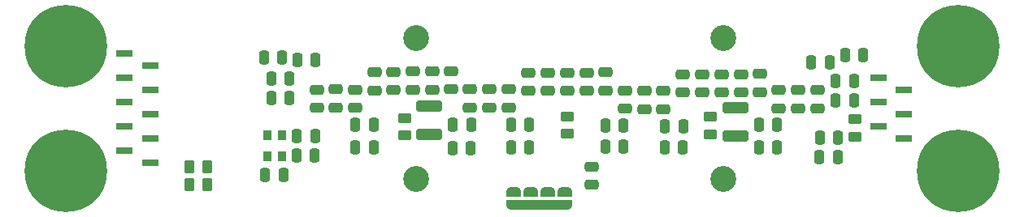
<source format=gbs>
G04 #@! TF.GenerationSoftware,KiCad,Pcbnew,7.0.7-7.0.7~ubuntu22.04.1*
G04 #@! TF.CreationDate,2024-03-13T22:54:31+01:00*
G04 #@! TF.ProjectId,flexaxe,666c6578-6178-4652-9e6b-696361645f70,rev?*
G04 #@! TF.SameCoordinates,Original*
G04 #@! TF.FileFunction,Soldermask,Bot*
G04 #@! TF.FilePolarity,Negative*
%FSLAX46Y46*%
G04 Gerber Fmt 4.6, Leading zero omitted, Abs format (unit mm)*
G04 Created by KiCad (PCBNEW 7.0.7-7.0.7~ubuntu22.04.1) date 2024-03-13 22:54:31*
%MOMM*%
%LPD*%
G01*
G04 APERTURE LIST*
G04 Aperture macros list*
%AMRoundRect*
0 Rectangle with rounded corners*
0 $1 Rounding radius*
0 $2 $3 $4 $5 $6 $7 $8 $9 X,Y pos of 4 corners*
0 Add a 4 corners polygon primitive as box body*
4,1,4,$2,$3,$4,$5,$6,$7,$8,$9,$2,$3,0*
0 Add four circle primitives for the rounded corners*
1,1,$1+$1,$2,$3*
1,1,$1+$1,$4,$5*
1,1,$1+$1,$6,$7*
1,1,$1+$1,$8,$9*
0 Add four rect primitives between the rounded corners*
20,1,$1+$1,$2,$3,$4,$5,0*
20,1,$1+$1,$4,$5,$6,$7,0*
20,1,$1+$1,$6,$7,$8,$9,0*
20,1,$1+$1,$8,$9,$2,$3,0*%
%AMFreePoly0*
4,1,19,0.500000,-0.750000,0.000000,-0.750000,0.000000,-0.744911,-0.071157,-0.744911,-0.207708,-0.704816,-0.327430,-0.627875,-0.420627,-0.520320,-0.479746,-0.390866,-0.500000,-0.250000,-0.500000,0.250000,-0.479746,0.390866,-0.420627,0.520320,-0.327430,0.627875,-0.207708,0.704816,-0.071157,0.744911,0.000000,0.744911,0.000000,0.750000,0.500000,0.750000,0.500000,-0.750000,0.500000,-0.750000,
$1*%
%AMFreePoly1*
4,1,19,0.000000,0.744911,0.071157,0.744911,0.207708,0.704816,0.327430,0.627875,0.420627,0.520320,0.479746,0.390866,0.500000,0.250000,0.500000,-0.250000,0.479746,-0.390866,0.420627,-0.520320,0.327430,-0.627875,0.207708,-0.704816,0.071157,-0.744911,0.000000,-0.744911,0.000000,-0.750000,-0.500000,-0.750000,-0.500000,0.750000,0.000000,0.750000,0.000000,0.744911,0.000000,0.744911,
$1*%
G04 Aperture macros list end*
%ADD10C,2.700000*%
%ADD11C,0.900000*%
%ADD12C,8.600000*%
%ADD13RoundRect,0.250000X-0.475000X0.250000X-0.475000X-0.250000X0.475000X-0.250000X0.475000X0.250000X0*%
%ADD14RoundRect,0.250000X-0.250000X-0.475000X0.250000X-0.475000X0.250000X0.475000X-0.250000X0.475000X0*%
%ADD15RoundRect,0.250000X-0.450000X0.262500X-0.450000X-0.262500X0.450000X-0.262500X0.450000X0.262500X0*%
%ADD16RoundRect,0.250000X0.250000X0.475000X-0.250000X0.475000X-0.250000X-0.475000X0.250000X-0.475000X0*%
%ADD17RoundRect,0.250000X-0.262500X-0.450000X0.262500X-0.450000X0.262500X0.450000X-0.262500X0.450000X0*%
%ADD18R,0.900000X1.000000*%
%ADD19RoundRect,0.250000X-1.100000X0.325000X-1.100000X-0.325000X1.100000X-0.325000X1.100000X0.325000X0*%
%ADD20R,1.800000X0.650000*%
%ADD21RoundRect,0.250000X0.475000X-0.250000X0.475000X0.250000X-0.475000X0.250000X-0.475000X-0.250000X0*%
%ADD22RoundRect,0.250000X0.262500X0.450000X-0.262500X0.450000X-0.262500X-0.450000X0.262500X-0.450000X0*%
%ADD23FreePoly0,90.000000*%
%ADD24R,5.000000X1.000000*%
%ADD25FreePoly1,90.000000*%
G04 APERTURE END LIST*
D10*
X165234000Y-89600000D03*
D11*
X189734000Y-91975000D03*
X187453581Y-91030419D03*
X192014419Y-91030419D03*
X186509000Y-88750000D03*
D12*
X189734000Y-88750000D03*
D11*
X192959000Y-88750000D03*
X187453581Y-86469581D03*
X192014419Y-86469581D03*
X189734000Y-85525000D03*
D10*
X133234000Y-89600000D03*
X133234000Y-74900000D03*
D11*
X96734000Y-78975000D03*
X94453581Y-78030419D03*
X99014419Y-78030419D03*
X93509000Y-75750000D03*
D12*
X96734000Y-75750000D03*
D11*
X99959000Y-75750000D03*
X94453581Y-73469581D03*
X99014419Y-73469581D03*
X96734000Y-72525000D03*
X189734000Y-78975000D03*
X187453581Y-78030419D03*
X192014419Y-78030419D03*
X186509000Y-75750000D03*
D12*
X189734000Y-75750000D03*
D11*
X192959000Y-75750000D03*
X187453581Y-73469581D03*
X192014419Y-73469581D03*
X189734000Y-72525000D03*
D10*
X165234000Y-74900000D03*
D11*
X96734000Y-91975000D03*
X94453581Y-91030419D03*
X99014419Y-91030419D03*
X93509000Y-88750000D03*
D12*
X96734000Y-88750000D03*
D11*
X99959000Y-88750000D03*
X94453581Y-86469581D03*
X99014419Y-86469581D03*
X96734000Y-85525000D03*
D13*
X136894000Y-78357000D03*
X136894000Y-80257000D03*
D14*
X159176800Y-84080400D03*
X161076800Y-84080400D03*
X176963000Y-81422000D03*
X178863000Y-81422000D03*
D13*
X148966000Y-78533000D03*
X148966000Y-80433000D03*
X128909000Y-78467000D03*
X128909000Y-80367000D03*
D14*
X175280400Y-85322000D03*
X177180400Y-85322000D03*
D15*
X178938000Y-83373000D03*
X178938000Y-85198000D03*
X132034000Y-83237500D03*
X132034000Y-85062500D03*
D13*
X140854000Y-80250000D03*
X140854000Y-82150000D03*
X144902000Y-78533000D03*
X144902000Y-80433000D03*
D14*
X120787200Y-87128400D03*
X122687200Y-87128400D03*
D15*
X163934000Y-83137500D03*
X163934000Y-84962500D03*
D16*
X161041200Y-86315600D03*
X159141200Y-86315600D03*
D13*
X173026400Y-80342000D03*
X173026400Y-82242000D03*
X155013000Y-80372000D03*
X155013000Y-82272000D03*
X159013000Y-80422000D03*
X159013000Y-82322000D03*
X171026400Y-80342000D03*
X171026400Y-82242000D03*
D16*
X128818800Y-86315600D03*
X126918800Y-86315600D03*
D13*
X150998000Y-78533000D03*
X150998000Y-80433000D03*
D16*
X154843600Y-84029600D03*
X152943600Y-84029600D03*
D13*
X130909000Y-78417000D03*
X130909000Y-80317000D03*
D15*
X149016800Y-83066300D03*
X149016800Y-84891300D03*
D14*
X126934000Y-83978800D03*
X128834000Y-83978800D03*
D16*
X138994000Y-83928000D03*
X137094000Y-83928000D03*
D13*
X134909000Y-78367000D03*
X134909000Y-80267000D03*
D14*
X117384000Y-76950000D03*
X119284000Y-76950000D03*
D17*
X109624500Y-90244000D03*
X111449500Y-90244000D03*
D13*
X161031000Y-78660000D03*
X161031000Y-80560000D03*
X126884000Y-80300000D03*
X126884000Y-82200000D03*
X124884000Y-80250000D03*
X124884000Y-82150000D03*
X152981000Y-78467000D03*
X152981000Y-80367000D03*
D14*
X117511800Y-89213200D03*
X119411800Y-89213200D03*
D16*
X177160000Y-87331600D03*
X175260000Y-87331600D03*
D13*
X169064000Y-78650000D03*
X169064000Y-80550000D03*
D14*
X118159000Y-79150000D03*
X120059000Y-79150000D03*
D13*
X167101600Y-78660000D03*
X167101600Y-80560000D03*
D14*
X176963000Y-79412000D03*
X178863000Y-79412000D03*
D18*
X117761800Y-87238200D03*
X117761800Y-85088200D03*
X119311800Y-85088200D03*
X119311800Y-87238200D03*
D13*
X175026400Y-80342000D03*
X175026400Y-82242000D03*
X157013000Y-80422000D03*
X157013000Y-82322000D03*
D16*
X170845600Y-83978800D03*
X168945600Y-83978800D03*
D19*
X166534000Y-82175000D03*
X166534000Y-85125000D03*
D20*
X102884000Y-76535000D03*
X105584000Y-77805000D03*
X102884000Y-79075000D03*
X105584000Y-80345000D03*
X102884000Y-81615000D03*
X105584000Y-82885000D03*
X102884000Y-84155000D03*
X105584000Y-85425000D03*
X102884000Y-86695000D03*
X105584000Y-87965000D03*
D14*
X143139200Y-83928000D03*
X145039200Y-83928000D03*
D16*
X145039200Y-86315600D03*
X143139200Y-86315600D03*
D21*
X132909000Y-80267000D03*
X132909000Y-78367000D03*
D22*
X111449500Y-88339000D03*
X109624500Y-88339000D03*
D13*
X138854000Y-80250000D03*
X138854000Y-82150000D03*
D19*
X134634000Y-81975000D03*
X134634000Y-84925000D03*
D13*
X142854000Y-80250000D03*
X142854000Y-82150000D03*
X122884000Y-80300000D03*
X122884000Y-82200000D03*
D14*
X152943600Y-86264800D03*
X154843600Y-86264800D03*
X118159000Y-81150000D03*
X120059000Y-81150000D03*
D23*
X143378000Y-92310000D03*
D24*
X146045000Y-92310000D03*
D23*
X148712000Y-92310000D03*
D25*
X148712000Y-91010000D03*
X146934000Y-91010000D03*
X145156000Y-91010000D03*
X143378000Y-91010000D03*
D13*
X146934000Y-78533000D03*
X146934000Y-80433000D03*
X165095000Y-78660000D03*
X165095000Y-80560000D03*
D14*
X174413000Y-77422000D03*
X176313000Y-77422000D03*
D16*
X122738000Y-85150000D03*
X120838000Y-85150000D03*
D14*
X168945600Y-86315600D03*
X170845600Y-86315600D03*
X120884000Y-77150000D03*
X122784000Y-77150000D03*
D20*
X181384000Y-79075000D03*
X184084000Y-80345000D03*
X181384000Y-81615000D03*
X184084000Y-82885000D03*
X181384000Y-84155000D03*
X184084000Y-85425000D03*
D14*
X177913000Y-76689000D03*
X179813000Y-76689000D03*
D13*
X163063000Y-78682000D03*
X163063000Y-80582000D03*
X151506000Y-88312000D03*
X151506000Y-90212000D03*
D14*
X137043200Y-86366400D03*
X138943200Y-86366400D03*
M02*

</source>
